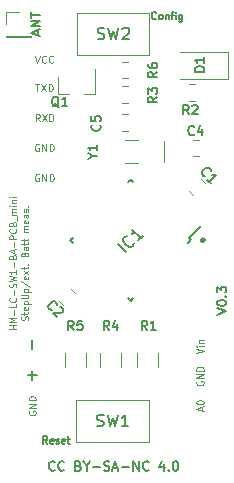
<source format=gto>
G04 #@! TF.GenerationSoftware,KiCad,Pcbnew,(5.1.4)-1*
G04 #@! TF.CreationDate,2019-12-05T08:50:13+01:00*
G04 #@! TF.ProjectId,HM-LC-SW1-BA-PCB_mini_MAX1724,484d2d4c-432d-4535-9731-2d42412d5043,rev?*
G04 #@! TF.SameCoordinates,Original*
G04 #@! TF.FileFunction,Legend,Top*
G04 #@! TF.FilePolarity,Positive*
%FSLAX46Y46*%
G04 Gerber Fmt 4.6, Leading zero omitted, Abs format (unit mm)*
G04 Created by KiCad (PCBNEW (5.1.4)-1) date 2019-12-05 08:50:13*
%MOMM*%
%LPD*%
G04 APERTURE LIST*
%ADD10C,0.150000*%
%ADD11C,0.100000*%
%ADD12C,0.350000*%
%ADD13C,0.200000*%
%ADD14C,0.120000*%
G04 APERTURE END LIST*
D10*
X188601904Y-110999047D02*
X189401904Y-110732380D01*
X188601904Y-110465714D01*
X188601904Y-110046666D02*
X188601904Y-109970476D01*
X188640000Y-109894285D01*
X188678095Y-109856190D01*
X188754285Y-109818095D01*
X188906666Y-109780000D01*
X189097142Y-109780000D01*
X189249523Y-109818095D01*
X189325714Y-109856190D01*
X189363809Y-109894285D01*
X189401904Y-109970476D01*
X189401904Y-110046666D01*
X189363809Y-110122857D01*
X189325714Y-110160952D01*
X189249523Y-110199047D01*
X189097142Y-110237142D01*
X188906666Y-110237142D01*
X188754285Y-110199047D01*
X188678095Y-110160952D01*
X188640000Y-110122857D01*
X188601904Y-110046666D01*
X189325714Y-109437142D02*
X189363809Y-109399047D01*
X189401904Y-109437142D01*
X189363809Y-109475238D01*
X189325714Y-109437142D01*
X189401904Y-109437142D01*
X188601904Y-109132380D02*
X188601904Y-108637142D01*
X188906666Y-108903809D01*
X188906666Y-108789523D01*
X188944761Y-108713333D01*
X188982857Y-108675238D01*
X189059047Y-108637142D01*
X189249523Y-108637142D01*
X189325714Y-108675238D01*
X189363809Y-108713333D01*
X189401904Y-108789523D01*
X189401904Y-109018095D01*
X189363809Y-109094285D01*
X189325714Y-109132380D01*
X174859523Y-124135714D02*
X174821428Y-124173809D01*
X174707142Y-124211904D01*
X174630952Y-124211904D01*
X174516666Y-124173809D01*
X174440476Y-124097619D01*
X174402380Y-124021428D01*
X174364285Y-123869047D01*
X174364285Y-123754761D01*
X174402380Y-123602380D01*
X174440476Y-123526190D01*
X174516666Y-123450000D01*
X174630952Y-123411904D01*
X174707142Y-123411904D01*
X174821428Y-123450000D01*
X174859523Y-123488095D01*
X175659523Y-124135714D02*
X175621428Y-124173809D01*
X175507142Y-124211904D01*
X175430952Y-124211904D01*
X175316666Y-124173809D01*
X175240476Y-124097619D01*
X175202380Y-124021428D01*
X175164285Y-123869047D01*
X175164285Y-123754761D01*
X175202380Y-123602380D01*
X175240476Y-123526190D01*
X175316666Y-123450000D01*
X175430952Y-123411904D01*
X175507142Y-123411904D01*
X175621428Y-123450000D01*
X175659523Y-123488095D01*
X176878571Y-123792857D02*
X176992857Y-123830952D01*
X177030952Y-123869047D01*
X177069047Y-123945238D01*
X177069047Y-124059523D01*
X177030952Y-124135714D01*
X176992857Y-124173809D01*
X176916666Y-124211904D01*
X176611904Y-124211904D01*
X176611904Y-123411904D01*
X176878571Y-123411904D01*
X176954761Y-123450000D01*
X176992857Y-123488095D01*
X177030952Y-123564285D01*
X177030952Y-123640476D01*
X176992857Y-123716666D01*
X176954761Y-123754761D01*
X176878571Y-123792857D01*
X176611904Y-123792857D01*
X177564285Y-123830952D02*
X177564285Y-124211904D01*
X177297619Y-123411904D02*
X177564285Y-123830952D01*
X177830952Y-123411904D01*
X178097619Y-123907142D02*
X178707142Y-123907142D01*
X179050000Y-124173809D02*
X179164285Y-124211904D01*
X179354761Y-124211904D01*
X179430952Y-124173809D01*
X179469047Y-124135714D01*
X179507142Y-124059523D01*
X179507142Y-123983333D01*
X179469047Y-123907142D01*
X179430952Y-123869047D01*
X179354761Y-123830952D01*
X179202380Y-123792857D01*
X179126190Y-123754761D01*
X179088095Y-123716666D01*
X179050000Y-123640476D01*
X179050000Y-123564285D01*
X179088095Y-123488095D01*
X179126190Y-123450000D01*
X179202380Y-123411904D01*
X179392857Y-123411904D01*
X179507142Y-123450000D01*
X179811904Y-123983333D02*
X180192857Y-123983333D01*
X179735714Y-124211904D02*
X180002380Y-123411904D01*
X180269047Y-124211904D01*
X180535714Y-123907142D02*
X181145238Y-123907142D01*
X181526190Y-124211904D02*
X181526190Y-123411904D01*
X181983333Y-124211904D01*
X181983333Y-123411904D01*
X182821428Y-124135714D02*
X182783333Y-124173809D01*
X182669047Y-124211904D01*
X182592857Y-124211904D01*
X182478571Y-124173809D01*
X182402380Y-124097619D01*
X182364285Y-124021428D01*
X182326190Y-123869047D01*
X182326190Y-123754761D01*
X182364285Y-123602380D01*
X182402380Y-123526190D01*
X182478571Y-123450000D01*
X182592857Y-123411904D01*
X182669047Y-123411904D01*
X182783333Y-123450000D01*
X182821428Y-123488095D01*
X184116666Y-123678571D02*
X184116666Y-124211904D01*
X183926190Y-123373809D02*
X183735714Y-123945238D01*
X184230952Y-123945238D01*
X184535714Y-124135714D02*
X184573809Y-124173809D01*
X184535714Y-124211904D01*
X184497619Y-124173809D01*
X184535714Y-124135714D01*
X184535714Y-124211904D01*
X185069047Y-123411904D02*
X185145238Y-123411904D01*
X185221428Y-123450000D01*
X185259523Y-123488095D01*
X185297619Y-123564285D01*
X185335714Y-123716666D01*
X185335714Y-123907142D01*
X185297619Y-124059523D01*
X185259523Y-124135714D01*
X185221428Y-124173809D01*
X185145238Y-124211904D01*
X185069047Y-124211904D01*
X184992857Y-124173809D01*
X184954761Y-124135714D01*
X184916666Y-124059523D01*
X184878571Y-123907142D01*
X184878571Y-123716666D01*
X184916666Y-123564285D01*
X184954761Y-123488095D01*
X184992857Y-123450000D01*
X185069047Y-123411904D01*
D11*
X172700000Y-119182142D02*
X172671428Y-119239285D01*
X172671428Y-119325000D01*
X172700000Y-119410714D01*
X172757142Y-119467857D01*
X172814285Y-119496428D01*
X172928571Y-119525000D01*
X173014285Y-119525000D01*
X173128571Y-119496428D01*
X173185714Y-119467857D01*
X173242857Y-119410714D01*
X173271428Y-119325000D01*
X173271428Y-119267857D01*
X173242857Y-119182142D01*
X173214285Y-119153571D01*
X173014285Y-119153571D01*
X173014285Y-119267857D01*
X173271428Y-118896428D02*
X172671428Y-118896428D01*
X173271428Y-118553571D01*
X172671428Y-118553571D01*
X173271428Y-118267857D02*
X172671428Y-118267857D01*
X172671428Y-118125000D01*
X172700000Y-118039285D01*
X172757142Y-117982142D01*
X172814285Y-117953571D01*
X172928571Y-117925000D01*
X173014285Y-117925000D01*
X173128571Y-117953571D01*
X173185714Y-117982142D01*
X173242857Y-118039285D01*
X173271428Y-118125000D01*
X173271428Y-118267857D01*
D12*
X187500000Y-104700000D02*
G75*
G03X187500000Y-104700000I-100000J0D01*
G01*
D13*
X172971428Y-113930952D02*
X172971428Y-113169047D01*
X172971428Y-116530952D02*
X172971428Y-115769047D01*
X173352380Y-116150000D02*
X172590476Y-116150000D01*
D11*
X171631428Y-112231666D02*
X171031428Y-112231666D01*
X171317142Y-112231666D02*
X171317142Y-111917380D01*
X171631428Y-111917380D02*
X171031428Y-111917380D01*
X171631428Y-111655476D02*
X171031428Y-111655476D01*
X171460000Y-111472142D01*
X171031428Y-111288809D01*
X171631428Y-111288809D01*
X171402857Y-111026904D02*
X171402857Y-110607857D01*
X171631428Y-110084047D02*
X171631428Y-110345952D01*
X171031428Y-110345952D01*
X171574285Y-109586428D02*
X171602857Y-109612619D01*
X171631428Y-109691190D01*
X171631428Y-109743571D01*
X171602857Y-109822142D01*
X171545714Y-109874523D01*
X171488571Y-109900714D01*
X171374285Y-109926904D01*
X171288571Y-109926904D01*
X171174285Y-109900714D01*
X171117142Y-109874523D01*
X171060000Y-109822142D01*
X171031428Y-109743571D01*
X171031428Y-109691190D01*
X171060000Y-109612619D01*
X171088571Y-109586428D01*
X171402857Y-109350714D02*
X171402857Y-108931666D01*
X171602857Y-108695952D02*
X171631428Y-108617380D01*
X171631428Y-108486428D01*
X171602857Y-108434047D01*
X171574285Y-108407857D01*
X171517142Y-108381666D01*
X171460000Y-108381666D01*
X171402857Y-108407857D01*
X171374285Y-108434047D01*
X171345714Y-108486428D01*
X171317142Y-108591190D01*
X171288571Y-108643571D01*
X171260000Y-108669761D01*
X171202857Y-108695952D01*
X171145714Y-108695952D01*
X171088571Y-108669761D01*
X171060000Y-108643571D01*
X171031428Y-108591190D01*
X171031428Y-108460238D01*
X171060000Y-108381666D01*
X171031428Y-108198333D02*
X171631428Y-108067380D01*
X171202857Y-107962619D01*
X171631428Y-107857857D01*
X171031428Y-107726904D01*
X171631428Y-107229285D02*
X171631428Y-107543571D01*
X171631428Y-107386428D02*
X171031428Y-107386428D01*
X171117142Y-107438809D01*
X171174285Y-107491190D01*
X171202857Y-107543571D01*
X171402857Y-106993571D02*
X171402857Y-106574523D01*
X171317142Y-106129285D02*
X171345714Y-106050714D01*
X171374285Y-106024523D01*
X171431428Y-105998333D01*
X171517142Y-105998333D01*
X171574285Y-106024523D01*
X171602857Y-106050714D01*
X171631428Y-106103095D01*
X171631428Y-106312619D01*
X171031428Y-106312619D01*
X171031428Y-106129285D01*
X171060000Y-106076904D01*
X171088571Y-106050714D01*
X171145714Y-106024523D01*
X171202857Y-106024523D01*
X171260000Y-106050714D01*
X171288571Y-106076904D01*
X171317142Y-106129285D01*
X171317142Y-106312619D01*
X171460000Y-105788809D02*
X171460000Y-105526904D01*
X171631428Y-105841190D02*
X171031428Y-105657857D01*
X171631428Y-105474523D01*
X171402857Y-105291190D02*
X171402857Y-104872142D01*
X171631428Y-104610238D02*
X171031428Y-104610238D01*
X171031428Y-104400714D01*
X171060000Y-104348333D01*
X171088571Y-104322142D01*
X171145714Y-104295952D01*
X171231428Y-104295952D01*
X171288571Y-104322142D01*
X171317142Y-104348333D01*
X171345714Y-104400714D01*
X171345714Y-104610238D01*
X171574285Y-103745952D02*
X171602857Y-103772142D01*
X171631428Y-103850714D01*
X171631428Y-103903095D01*
X171602857Y-103981666D01*
X171545714Y-104034047D01*
X171488571Y-104060238D01*
X171374285Y-104086428D01*
X171288571Y-104086428D01*
X171174285Y-104060238D01*
X171117142Y-104034047D01*
X171060000Y-103981666D01*
X171031428Y-103903095D01*
X171031428Y-103850714D01*
X171060000Y-103772142D01*
X171088571Y-103745952D01*
X171317142Y-103326904D02*
X171345714Y-103248333D01*
X171374285Y-103222142D01*
X171431428Y-103195952D01*
X171517142Y-103195952D01*
X171574285Y-103222142D01*
X171602857Y-103248333D01*
X171631428Y-103300714D01*
X171631428Y-103510238D01*
X171031428Y-103510238D01*
X171031428Y-103326904D01*
X171060000Y-103274523D01*
X171088571Y-103248333D01*
X171145714Y-103222142D01*
X171202857Y-103222142D01*
X171260000Y-103248333D01*
X171288571Y-103274523D01*
X171317142Y-103326904D01*
X171317142Y-103510238D01*
X171688571Y-103091190D02*
X171688571Y-102672142D01*
X171631428Y-102541190D02*
X171231428Y-102541190D01*
X171288571Y-102541190D02*
X171260000Y-102515000D01*
X171231428Y-102462619D01*
X171231428Y-102384047D01*
X171260000Y-102331666D01*
X171317142Y-102305476D01*
X171631428Y-102305476D01*
X171317142Y-102305476D02*
X171260000Y-102279285D01*
X171231428Y-102226904D01*
X171231428Y-102148333D01*
X171260000Y-102095952D01*
X171317142Y-102069761D01*
X171631428Y-102069761D01*
X171631428Y-101807857D02*
X171231428Y-101807857D01*
X171031428Y-101807857D02*
X171060000Y-101834047D01*
X171088571Y-101807857D01*
X171060000Y-101781666D01*
X171031428Y-101807857D01*
X171088571Y-101807857D01*
X171231428Y-101545952D02*
X171631428Y-101545952D01*
X171288571Y-101545952D02*
X171260000Y-101519761D01*
X171231428Y-101467380D01*
X171231428Y-101388809D01*
X171260000Y-101336428D01*
X171317142Y-101310238D01*
X171631428Y-101310238D01*
X171631428Y-101048333D02*
X171231428Y-101048333D01*
X171031428Y-101048333D02*
X171060000Y-101074523D01*
X171088571Y-101048333D01*
X171060000Y-101022142D01*
X171031428Y-101048333D01*
X171088571Y-101048333D01*
X172602857Y-111472142D02*
X172631428Y-111393571D01*
X172631428Y-111262619D01*
X172602857Y-111210238D01*
X172574285Y-111184047D01*
X172517142Y-111157857D01*
X172460000Y-111157857D01*
X172402857Y-111184047D01*
X172374285Y-111210238D01*
X172345714Y-111262619D01*
X172317142Y-111367380D01*
X172288571Y-111419761D01*
X172260000Y-111445952D01*
X172202857Y-111472142D01*
X172145714Y-111472142D01*
X172088571Y-111445952D01*
X172060000Y-111419761D01*
X172031428Y-111367380D01*
X172031428Y-111236428D01*
X172060000Y-111157857D01*
X172231428Y-111000714D02*
X172231428Y-110791190D01*
X172031428Y-110922142D02*
X172545714Y-110922142D01*
X172602857Y-110895952D01*
X172631428Y-110843571D01*
X172631428Y-110791190D01*
X172602857Y-110398333D02*
X172631428Y-110450714D01*
X172631428Y-110555476D01*
X172602857Y-110607857D01*
X172545714Y-110634047D01*
X172317142Y-110634047D01*
X172260000Y-110607857D01*
X172231428Y-110555476D01*
X172231428Y-110450714D01*
X172260000Y-110398333D01*
X172317142Y-110372142D01*
X172374285Y-110372142D01*
X172431428Y-110634047D01*
X172231428Y-110136428D02*
X172831428Y-110136428D01*
X172260000Y-110136428D02*
X172231428Y-110084047D01*
X172231428Y-109979285D01*
X172260000Y-109926904D01*
X172288571Y-109900714D01*
X172345714Y-109874523D01*
X172517142Y-109874523D01*
X172574285Y-109900714D01*
X172602857Y-109926904D01*
X172631428Y-109979285D01*
X172631428Y-110084047D01*
X172602857Y-110136428D01*
X172031428Y-109638809D02*
X172517142Y-109638809D01*
X172574285Y-109612619D01*
X172602857Y-109586428D01*
X172631428Y-109534047D01*
X172631428Y-109429285D01*
X172602857Y-109376904D01*
X172574285Y-109350714D01*
X172517142Y-109324523D01*
X172031428Y-109324523D01*
X172231428Y-109062619D02*
X172831428Y-109062619D01*
X172260000Y-109062619D02*
X172231428Y-109010238D01*
X172231428Y-108905476D01*
X172260000Y-108853095D01*
X172288571Y-108826904D01*
X172345714Y-108800714D01*
X172517142Y-108800714D01*
X172574285Y-108826904D01*
X172602857Y-108853095D01*
X172631428Y-108905476D01*
X172631428Y-109010238D01*
X172602857Y-109062619D01*
X172002857Y-108172142D02*
X172774285Y-108643571D01*
X172602857Y-107779285D02*
X172631428Y-107831666D01*
X172631428Y-107936428D01*
X172602857Y-107988809D01*
X172545714Y-108015000D01*
X172317142Y-108015000D01*
X172260000Y-107988809D01*
X172231428Y-107936428D01*
X172231428Y-107831666D01*
X172260000Y-107779285D01*
X172317142Y-107753095D01*
X172374285Y-107753095D01*
X172431428Y-108015000D01*
X172631428Y-107569761D02*
X172231428Y-107281666D01*
X172231428Y-107569761D02*
X172631428Y-107281666D01*
X172231428Y-107150714D02*
X172231428Y-106941190D01*
X172031428Y-107072142D02*
X172545714Y-107072142D01*
X172602857Y-107045952D01*
X172631428Y-106993571D01*
X172631428Y-106941190D01*
X172574285Y-106757857D02*
X172602857Y-106731666D01*
X172631428Y-106757857D01*
X172602857Y-106784047D01*
X172574285Y-106757857D01*
X172631428Y-106757857D01*
X172317142Y-105893571D02*
X172345714Y-105815000D01*
X172374285Y-105788809D01*
X172431428Y-105762619D01*
X172517142Y-105762619D01*
X172574285Y-105788809D01*
X172602857Y-105815000D01*
X172631428Y-105867380D01*
X172631428Y-106076904D01*
X172031428Y-106076904D01*
X172031428Y-105893571D01*
X172060000Y-105841190D01*
X172088571Y-105815000D01*
X172145714Y-105788809D01*
X172202857Y-105788809D01*
X172260000Y-105815000D01*
X172288571Y-105841190D01*
X172317142Y-105893571D01*
X172317142Y-106076904D01*
X172631428Y-105291190D02*
X172317142Y-105291190D01*
X172260000Y-105317380D01*
X172231428Y-105369761D01*
X172231428Y-105474523D01*
X172260000Y-105526904D01*
X172602857Y-105291190D02*
X172631428Y-105343571D01*
X172631428Y-105474523D01*
X172602857Y-105526904D01*
X172545714Y-105553095D01*
X172488571Y-105553095D01*
X172431428Y-105526904D01*
X172402857Y-105474523D01*
X172402857Y-105343571D01*
X172374285Y-105291190D01*
X172231428Y-105107857D02*
X172231428Y-104898333D01*
X172031428Y-105029285D02*
X172545714Y-105029285D01*
X172602857Y-105003095D01*
X172631428Y-104950714D01*
X172631428Y-104898333D01*
X172231428Y-104793571D02*
X172231428Y-104584047D01*
X172031428Y-104715000D02*
X172545714Y-104715000D01*
X172602857Y-104688809D01*
X172631428Y-104636428D01*
X172631428Y-104584047D01*
X172631428Y-103981666D02*
X172231428Y-103981666D01*
X172288571Y-103981666D02*
X172260000Y-103955476D01*
X172231428Y-103903095D01*
X172231428Y-103824523D01*
X172260000Y-103772142D01*
X172317142Y-103745952D01*
X172631428Y-103745952D01*
X172317142Y-103745952D02*
X172260000Y-103719761D01*
X172231428Y-103667380D01*
X172231428Y-103588809D01*
X172260000Y-103536428D01*
X172317142Y-103510238D01*
X172631428Y-103510238D01*
X172602857Y-103038809D02*
X172631428Y-103091190D01*
X172631428Y-103195952D01*
X172602857Y-103248333D01*
X172545714Y-103274523D01*
X172317142Y-103274523D01*
X172260000Y-103248333D01*
X172231428Y-103195952D01*
X172231428Y-103091190D01*
X172260000Y-103038809D01*
X172317142Y-103012619D01*
X172374285Y-103012619D01*
X172431428Y-103274523D01*
X172631428Y-102541190D02*
X172317142Y-102541190D01*
X172260000Y-102567380D01*
X172231428Y-102619761D01*
X172231428Y-102724523D01*
X172260000Y-102776904D01*
X172602857Y-102541190D02*
X172631428Y-102593571D01*
X172631428Y-102724523D01*
X172602857Y-102776904D01*
X172545714Y-102803095D01*
X172488571Y-102803095D01*
X172431428Y-102776904D01*
X172402857Y-102724523D01*
X172402857Y-102593571D01*
X172374285Y-102541190D01*
X172602857Y-102305476D02*
X172631428Y-102253095D01*
X172631428Y-102148333D01*
X172602857Y-102095952D01*
X172545714Y-102069761D01*
X172517142Y-102069761D01*
X172460000Y-102095952D01*
X172431428Y-102148333D01*
X172431428Y-102226904D01*
X172402857Y-102279285D01*
X172345714Y-102305476D01*
X172317142Y-102305476D01*
X172260000Y-102279285D01*
X172231428Y-102226904D01*
X172231428Y-102148333D01*
X172260000Y-102095952D01*
X172574285Y-101834047D02*
X172602857Y-101807857D01*
X172631428Y-101834047D01*
X172602857Y-101860238D01*
X172574285Y-101834047D01*
X172631428Y-101834047D01*
X186871428Y-114279285D02*
X187471428Y-114079285D01*
X186871428Y-113879285D01*
X187471428Y-113679285D02*
X187071428Y-113679285D01*
X186871428Y-113679285D02*
X186900000Y-113707857D01*
X186928571Y-113679285D01*
X186900000Y-113650714D01*
X186871428Y-113679285D01*
X186928571Y-113679285D01*
X187071428Y-113393571D02*
X187471428Y-113393571D01*
X187128571Y-113393571D02*
X187100000Y-113365000D01*
X187071428Y-113307857D01*
X187071428Y-113222142D01*
X187100000Y-113165000D01*
X187157142Y-113136428D01*
X187471428Y-113136428D01*
X187300000Y-119110071D02*
X187300000Y-118824357D01*
X187471428Y-119167214D02*
X186871428Y-118967214D01*
X187471428Y-118767214D01*
X186871428Y-118452928D02*
X186871428Y-118395785D01*
X186900000Y-118338642D01*
X186928571Y-118310071D01*
X186985714Y-118281500D01*
X187100000Y-118252928D01*
X187242857Y-118252928D01*
X187357142Y-118281500D01*
X187414285Y-118310071D01*
X187442857Y-118338642D01*
X187471428Y-118395785D01*
X187471428Y-118452928D01*
X187442857Y-118510071D01*
X187414285Y-118538642D01*
X187357142Y-118567214D01*
X187242857Y-118595785D01*
X187100000Y-118595785D01*
X186985714Y-118567214D01*
X186928571Y-118538642D01*
X186900000Y-118510071D01*
X186871428Y-118452928D01*
X186900000Y-116657142D02*
X186871428Y-116714285D01*
X186871428Y-116800000D01*
X186900000Y-116885714D01*
X186957142Y-116942857D01*
X187014285Y-116971428D01*
X187128571Y-117000000D01*
X187214285Y-117000000D01*
X187328571Y-116971428D01*
X187385714Y-116942857D01*
X187442857Y-116885714D01*
X187471428Y-116800000D01*
X187471428Y-116742857D01*
X187442857Y-116657142D01*
X187414285Y-116628571D01*
X187214285Y-116628571D01*
X187214285Y-116742857D01*
X187471428Y-116371428D02*
X186871428Y-116371428D01*
X187471428Y-116028571D01*
X186871428Y-116028571D01*
X187471428Y-115742857D02*
X186871428Y-115742857D01*
X186871428Y-115600000D01*
X186900000Y-115514285D01*
X186957142Y-115457142D01*
X187014285Y-115428571D01*
X187128571Y-115400000D01*
X187214285Y-115400000D01*
X187328571Y-115428571D01*
X187385714Y-115457142D01*
X187442857Y-115514285D01*
X187471428Y-115600000D01*
X187471428Y-115742857D01*
X173532857Y-99141000D02*
X173475714Y-99112428D01*
X173390000Y-99112428D01*
X173304285Y-99141000D01*
X173247142Y-99198142D01*
X173218571Y-99255285D01*
X173190000Y-99369571D01*
X173190000Y-99455285D01*
X173218571Y-99569571D01*
X173247142Y-99626714D01*
X173304285Y-99683857D01*
X173390000Y-99712428D01*
X173447142Y-99712428D01*
X173532857Y-99683857D01*
X173561428Y-99655285D01*
X173561428Y-99455285D01*
X173447142Y-99455285D01*
X173818571Y-99712428D02*
X173818571Y-99112428D01*
X174161428Y-99712428D01*
X174161428Y-99112428D01*
X174447142Y-99712428D02*
X174447142Y-99112428D01*
X174590000Y-99112428D01*
X174675714Y-99141000D01*
X174732857Y-99198142D01*
X174761428Y-99255285D01*
X174790000Y-99369571D01*
X174790000Y-99455285D01*
X174761428Y-99569571D01*
X174732857Y-99626714D01*
X174675714Y-99683857D01*
X174590000Y-99712428D01*
X174447142Y-99712428D01*
X173532857Y-96601000D02*
X173475714Y-96572428D01*
X173390000Y-96572428D01*
X173304285Y-96601000D01*
X173247142Y-96658142D01*
X173218571Y-96715285D01*
X173190000Y-96829571D01*
X173190000Y-96915285D01*
X173218571Y-97029571D01*
X173247142Y-97086714D01*
X173304285Y-97143857D01*
X173390000Y-97172428D01*
X173447142Y-97172428D01*
X173532857Y-97143857D01*
X173561428Y-97115285D01*
X173561428Y-96915285D01*
X173447142Y-96915285D01*
X173818571Y-97172428D02*
X173818571Y-96572428D01*
X174161428Y-97172428D01*
X174161428Y-96572428D01*
X174447142Y-97172428D02*
X174447142Y-96572428D01*
X174590000Y-96572428D01*
X174675714Y-96601000D01*
X174732857Y-96658142D01*
X174761428Y-96715285D01*
X174790000Y-96829571D01*
X174790000Y-96915285D01*
X174761428Y-97029571D01*
X174732857Y-97086714D01*
X174675714Y-97143857D01*
X174590000Y-97172428D01*
X174447142Y-97172428D01*
X173590000Y-94632428D02*
X173390000Y-94346714D01*
X173247142Y-94632428D02*
X173247142Y-94032428D01*
X173475714Y-94032428D01*
X173532857Y-94061000D01*
X173561428Y-94089571D01*
X173590000Y-94146714D01*
X173590000Y-94232428D01*
X173561428Y-94289571D01*
X173532857Y-94318142D01*
X173475714Y-94346714D01*
X173247142Y-94346714D01*
X173790000Y-94032428D02*
X174190000Y-94632428D01*
X174190000Y-94032428D02*
X173790000Y-94632428D01*
X174418571Y-94632428D02*
X174418571Y-94032428D01*
X174561428Y-94032428D01*
X174647142Y-94061000D01*
X174704285Y-94118142D01*
X174732857Y-94175285D01*
X174761428Y-94289571D01*
X174761428Y-94375285D01*
X174732857Y-94489571D01*
X174704285Y-94546714D01*
X174647142Y-94603857D01*
X174561428Y-94632428D01*
X174418571Y-94632428D01*
X173232857Y-91492428D02*
X173575714Y-91492428D01*
X173404285Y-92092428D02*
X173404285Y-91492428D01*
X173718571Y-91492428D02*
X174118571Y-92092428D01*
X174118571Y-91492428D02*
X173718571Y-92092428D01*
X174347142Y-92092428D02*
X174347142Y-91492428D01*
X174490000Y-91492428D01*
X174575714Y-91521000D01*
X174632857Y-91578142D01*
X174661428Y-91635285D01*
X174690000Y-91749571D01*
X174690000Y-91835285D01*
X174661428Y-91949571D01*
X174632857Y-92006714D01*
X174575714Y-92063857D01*
X174490000Y-92092428D01*
X174347142Y-92092428D01*
X173190000Y-89079428D02*
X173390000Y-89679428D01*
X173590000Y-89079428D01*
X174132857Y-89622285D02*
X174104285Y-89650857D01*
X174018571Y-89679428D01*
X173961428Y-89679428D01*
X173875714Y-89650857D01*
X173818571Y-89593714D01*
X173790000Y-89536571D01*
X173761428Y-89422285D01*
X173761428Y-89336571D01*
X173790000Y-89222285D01*
X173818571Y-89165142D01*
X173875714Y-89108000D01*
X173961428Y-89079428D01*
X174018571Y-89079428D01*
X174104285Y-89108000D01*
X174132857Y-89136571D01*
X174732857Y-89622285D02*
X174704285Y-89650857D01*
X174618571Y-89679428D01*
X174561428Y-89679428D01*
X174475714Y-89650857D01*
X174418571Y-89593714D01*
X174390000Y-89536571D01*
X174361428Y-89422285D01*
X174361428Y-89336571D01*
X174390000Y-89222285D01*
X174418571Y-89165142D01*
X174475714Y-89108000D01*
X174561428Y-89079428D01*
X174618571Y-89079428D01*
X174704285Y-89108000D01*
X174732857Y-89136571D01*
D14*
X175120000Y-92360000D02*
X175120000Y-90900000D01*
X178280000Y-92360000D02*
X178280000Y-90200000D01*
X178280000Y-92360000D02*
X177350000Y-92360000D01*
X175120000Y-92360000D02*
X176050000Y-92360000D01*
X175213221Y-109817313D02*
X175582687Y-110186779D01*
X176217313Y-108813221D02*
X176586779Y-109182687D01*
X186213221Y-100517313D02*
X186582687Y-100886779D01*
X187217313Y-99513221D02*
X187586779Y-99882687D01*
X180538748Y-95460000D02*
X181061252Y-95460000D01*
X180538748Y-94040000D02*
X181061252Y-94040000D01*
X184100000Y-98100000D02*
X184100000Y-96300000D01*
X181950000Y-96250000D02*
X180850000Y-96250000D01*
X181950000Y-98150000D02*
X180850000Y-98150000D01*
X186538748Y-97610000D02*
X187061252Y-97610000D01*
X186538748Y-96190000D02*
X187061252Y-96190000D01*
X181061252Y-89590000D02*
X180538748Y-89590000D01*
X181061252Y-91010000D02*
X180538748Y-91010000D01*
X180538748Y-93085000D02*
X181061252Y-93085000D01*
X180538748Y-91665000D02*
X181061252Y-91665000D01*
X186238748Y-92910000D02*
X186761252Y-92910000D01*
X186238748Y-91490000D02*
X186761252Y-91490000D01*
X189560000Y-88765000D02*
X185500000Y-88765000D01*
X189560000Y-91035000D02*
X189560000Y-88765000D01*
X185500000Y-91035000D02*
X189560000Y-91035000D01*
D10*
X186419024Y-104711500D02*
X186259925Y-104552401D01*
X181292500Y-109838024D02*
X181062690Y-109608214D01*
X176165976Y-104711500D02*
X176395786Y-104941310D01*
X181292500Y-99584976D02*
X181522310Y-99814786D01*
X186419024Y-104711500D02*
X186189214Y-104941310D01*
X181292500Y-99584976D02*
X181062690Y-99814786D01*
X176165976Y-104711500D02*
X176395786Y-104481690D01*
X181292500Y-109838024D02*
X181522310Y-109608214D01*
X186259925Y-104552401D02*
X187267552Y-103544774D01*
D14*
X182828500Y-118205000D02*
X182828500Y-121825000D01*
X176708500Y-118205000D02*
X182828500Y-118205000D01*
X176708500Y-121825000D02*
X176708500Y-118205000D01*
X182828500Y-121825000D02*
X176708500Y-121825000D01*
X176772000Y-85439000D02*
X182892000Y-85439000D01*
X182892000Y-85439000D02*
X182892000Y-89059000D01*
X182892000Y-89059000D02*
X176772000Y-89059000D01*
X176772000Y-89059000D02*
X176772000Y-85439000D01*
X181870000Y-115475000D02*
X181870000Y-114275000D01*
X183630000Y-114275000D02*
X183630000Y-115475000D01*
X170771000Y-87423500D02*
X170771000Y-87483500D01*
X170771000Y-87483500D02*
X172891000Y-87483500D01*
X172891000Y-87483500D02*
X172891000Y-87423500D01*
X172891000Y-87423500D02*
X170771000Y-87423500D01*
X170771000Y-86423500D02*
X170771000Y-85363500D01*
X170771000Y-85363500D02*
X171831000Y-85363500D01*
X178720000Y-115471500D02*
X178720000Y-114271500D01*
X180480000Y-114271500D02*
X180480000Y-115471500D01*
X177486200Y-114280400D02*
X177486200Y-115480400D01*
X175726200Y-115480400D02*
X175726200Y-114280400D01*
D10*
X175223809Y-93438095D02*
X175147619Y-93400000D01*
X175071428Y-93323809D01*
X174957142Y-93209523D01*
X174880952Y-93171428D01*
X174804761Y-93171428D01*
X174842857Y-93361904D02*
X174766666Y-93323809D01*
X174690476Y-93247619D01*
X174652380Y-93095238D01*
X174652380Y-92828571D01*
X174690476Y-92676190D01*
X174766666Y-92600000D01*
X174842857Y-92561904D01*
X174995238Y-92561904D01*
X175071428Y-92600000D01*
X175147619Y-92676190D01*
X175185714Y-92828571D01*
X175185714Y-93095238D01*
X175147619Y-93247619D01*
X175071428Y-93323809D01*
X174995238Y-93361904D01*
X174842857Y-93361904D01*
X175947619Y-93361904D02*
X175490476Y-93361904D01*
X175719047Y-93361904D02*
X175719047Y-92561904D01*
X175642857Y-92676190D01*
X175566666Y-92752380D01*
X175490476Y-92790476D01*
X174603688Y-110607749D02*
X174549813Y-110607749D01*
X174442064Y-110553874D01*
X174388189Y-110499999D01*
X174334314Y-110392250D01*
X174334314Y-110284500D01*
X174361251Y-110203688D01*
X174442064Y-110069001D01*
X174522876Y-109988189D01*
X174657563Y-109907377D01*
X174738375Y-109880439D01*
X174846125Y-109880439D01*
X174953874Y-109934314D01*
X175007749Y-109988189D01*
X175061624Y-110095938D01*
X175061624Y-110149813D01*
X175277123Y-110365312D02*
X175330998Y-110365312D01*
X175411810Y-110392250D01*
X175546497Y-110526937D01*
X175573435Y-110607749D01*
X175573435Y-110661624D01*
X175546497Y-110742436D01*
X175492622Y-110796311D01*
X175384873Y-110850186D01*
X174738375Y-110850186D01*
X175088561Y-111200372D01*
X187603688Y-99307749D02*
X187549813Y-99307749D01*
X187442064Y-99253874D01*
X187388189Y-99199999D01*
X187334314Y-99092250D01*
X187334314Y-98984500D01*
X187361251Y-98903688D01*
X187442064Y-98769001D01*
X187522876Y-98688189D01*
X187657563Y-98607377D01*
X187738375Y-98580439D01*
X187846125Y-98580439D01*
X187953874Y-98634314D01*
X188007749Y-98688189D01*
X188061624Y-98795938D01*
X188061624Y-98849813D01*
X188088561Y-99900372D02*
X187765312Y-99577123D01*
X187926937Y-99738748D02*
X188492622Y-99173062D01*
X188357935Y-99200000D01*
X188250186Y-99200000D01*
X188169374Y-99173062D01*
X178685714Y-94933333D02*
X178723809Y-94971428D01*
X178761904Y-95085714D01*
X178761904Y-95161904D01*
X178723809Y-95276190D01*
X178647619Y-95352380D01*
X178571428Y-95390476D01*
X178419047Y-95428571D01*
X178304761Y-95428571D01*
X178152380Y-95390476D01*
X178076190Y-95352380D01*
X178000000Y-95276190D01*
X177961904Y-95161904D01*
X177961904Y-95085714D01*
X178000000Y-94971428D01*
X178038095Y-94933333D01*
X177961904Y-94209523D02*
X177961904Y-94590476D01*
X178342857Y-94628571D01*
X178304761Y-94590476D01*
X178266666Y-94514285D01*
X178266666Y-94323809D01*
X178304761Y-94247619D01*
X178342857Y-94209523D01*
X178419047Y-94171428D01*
X178609523Y-94171428D01*
X178685714Y-94209523D01*
X178723809Y-94247619D01*
X178761904Y-94323809D01*
X178761904Y-94514285D01*
X178723809Y-94590476D01*
X178685714Y-94628571D01*
X178080952Y-97580952D02*
X178461904Y-97580952D01*
X177661904Y-97847619D02*
X178080952Y-97580952D01*
X177661904Y-97314285D01*
X178461904Y-96628571D02*
X178461904Y-97085714D01*
X178461904Y-96857142D02*
X177661904Y-96857142D01*
X177776190Y-96933333D01*
X177852380Y-97009523D01*
X177890476Y-97085714D01*
X186666666Y-95735714D02*
X186628571Y-95773809D01*
X186514285Y-95811904D01*
X186438095Y-95811904D01*
X186323809Y-95773809D01*
X186247619Y-95697619D01*
X186209523Y-95621428D01*
X186171428Y-95469047D01*
X186171428Y-95354761D01*
X186209523Y-95202380D01*
X186247619Y-95126190D01*
X186323809Y-95050000D01*
X186438095Y-95011904D01*
X186514285Y-95011904D01*
X186628571Y-95050000D01*
X186666666Y-95088095D01*
X187352380Y-95278571D02*
X187352380Y-95811904D01*
X187161904Y-94973809D02*
X186971428Y-95545238D01*
X187466666Y-95545238D01*
X183561904Y-90433333D02*
X183180952Y-90700000D01*
X183561904Y-90890476D02*
X182761904Y-90890476D01*
X182761904Y-90585714D01*
X182800000Y-90509523D01*
X182838095Y-90471428D01*
X182914285Y-90433333D01*
X183028571Y-90433333D01*
X183104761Y-90471428D01*
X183142857Y-90509523D01*
X183180952Y-90585714D01*
X183180952Y-90890476D01*
X182761904Y-89747619D02*
X182761904Y-89900000D01*
X182800000Y-89976190D01*
X182838095Y-90014285D01*
X182952380Y-90090476D01*
X183104761Y-90128571D01*
X183409523Y-90128571D01*
X183485714Y-90090476D01*
X183523809Y-90052380D01*
X183561904Y-89976190D01*
X183561904Y-89823809D01*
X183523809Y-89747619D01*
X183485714Y-89709523D01*
X183409523Y-89671428D01*
X183219047Y-89671428D01*
X183142857Y-89709523D01*
X183104761Y-89747619D01*
X183066666Y-89823809D01*
X183066666Y-89976190D01*
X183104761Y-90052380D01*
X183142857Y-90090476D01*
X183219047Y-90128571D01*
X183561904Y-92558333D02*
X183180952Y-92825000D01*
X183561904Y-93015476D02*
X182761904Y-93015476D01*
X182761904Y-92710714D01*
X182800000Y-92634523D01*
X182838095Y-92596428D01*
X182914285Y-92558333D01*
X183028571Y-92558333D01*
X183104761Y-92596428D01*
X183142857Y-92634523D01*
X183180952Y-92710714D01*
X183180952Y-93015476D01*
X182761904Y-92291666D02*
X182761904Y-91796428D01*
X183066666Y-92063095D01*
X183066666Y-91948809D01*
X183104761Y-91872619D01*
X183142857Y-91834523D01*
X183219047Y-91796428D01*
X183409523Y-91796428D01*
X183485714Y-91834523D01*
X183523809Y-91872619D01*
X183561904Y-91948809D01*
X183561904Y-92177380D01*
X183523809Y-92253571D01*
X183485714Y-92291666D01*
X186216666Y-94061904D02*
X185950000Y-93680952D01*
X185759523Y-94061904D02*
X185759523Y-93261904D01*
X186064285Y-93261904D01*
X186140476Y-93300000D01*
X186178571Y-93338095D01*
X186216666Y-93414285D01*
X186216666Y-93528571D01*
X186178571Y-93604761D01*
X186140476Y-93642857D01*
X186064285Y-93680952D01*
X185759523Y-93680952D01*
X186521428Y-93338095D02*
X186559523Y-93300000D01*
X186635714Y-93261904D01*
X186826190Y-93261904D01*
X186902380Y-93300000D01*
X186940476Y-93338095D01*
X186978571Y-93414285D01*
X186978571Y-93490476D01*
X186940476Y-93604761D01*
X186483333Y-94061904D01*
X186978571Y-94061904D01*
X187511904Y-90440476D02*
X186711904Y-90440476D01*
X186711904Y-90250000D01*
X186750000Y-90135714D01*
X186826190Y-90059523D01*
X186902380Y-90021428D01*
X187054761Y-89983333D01*
X187169047Y-89983333D01*
X187321428Y-90021428D01*
X187397619Y-90059523D01*
X187473809Y-90135714D01*
X187511904Y-90250000D01*
X187511904Y-90440476D01*
X187511904Y-89221428D02*
X187511904Y-89678571D01*
X187511904Y-89450000D02*
X186711904Y-89450000D01*
X186826190Y-89526190D01*
X186902380Y-89602380D01*
X186940476Y-89678571D01*
X180922110Y-105721652D02*
X180215003Y-105014545D01*
X181595545Y-104913530D02*
X181595545Y-104980874D01*
X181528202Y-105115561D01*
X181460858Y-105182904D01*
X181326171Y-105250248D01*
X181191484Y-105250248D01*
X181090469Y-105216576D01*
X180922110Y-105115561D01*
X180821095Y-105014545D01*
X180720080Y-104846187D01*
X180686408Y-104745171D01*
X180686408Y-104610484D01*
X180753751Y-104475797D01*
X180821095Y-104408454D01*
X180955782Y-104341110D01*
X181023125Y-104341110D01*
X182336324Y-104307438D02*
X181932263Y-104711500D01*
X182134293Y-104509469D02*
X181427187Y-103802362D01*
X181460858Y-103970721D01*
X181460858Y-104105408D01*
X181427187Y-104206423D01*
X178435166Y-120419761D02*
X178578023Y-120467380D01*
X178816119Y-120467380D01*
X178911357Y-120419761D01*
X178958976Y-120372142D01*
X179006595Y-120276904D01*
X179006595Y-120181666D01*
X178958976Y-120086428D01*
X178911357Y-120038809D01*
X178816119Y-119991190D01*
X178625642Y-119943571D01*
X178530404Y-119895952D01*
X178482785Y-119848333D01*
X178435166Y-119753095D01*
X178435166Y-119657857D01*
X178482785Y-119562619D01*
X178530404Y-119515000D01*
X178625642Y-119467380D01*
X178863738Y-119467380D01*
X179006595Y-119515000D01*
X179339928Y-119467380D02*
X179578023Y-120467380D01*
X179768500Y-119753095D01*
X179958976Y-120467380D01*
X180197071Y-119467380D01*
X181101833Y-120467380D02*
X180530404Y-120467380D01*
X180816119Y-120467380D02*
X180816119Y-119467380D01*
X180720880Y-119610238D01*
X180625642Y-119705476D01*
X180530404Y-119753095D01*
X174257142Y-121921428D02*
X174057142Y-121635714D01*
X173914285Y-121921428D02*
X173914285Y-121321428D01*
X174142857Y-121321428D01*
X174200000Y-121350000D01*
X174228571Y-121378571D01*
X174257142Y-121435714D01*
X174257142Y-121521428D01*
X174228571Y-121578571D01*
X174200000Y-121607142D01*
X174142857Y-121635714D01*
X173914285Y-121635714D01*
X174742857Y-121892857D02*
X174685714Y-121921428D01*
X174571428Y-121921428D01*
X174514285Y-121892857D01*
X174485714Y-121835714D01*
X174485714Y-121607142D01*
X174514285Y-121550000D01*
X174571428Y-121521428D01*
X174685714Y-121521428D01*
X174742857Y-121550000D01*
X174771428Y-121607142D01*
X174771428Y-121664285D01*
X174485714Y-121721428D01*
X175000000Y-121892857D02*
X175057142Y-121921428D01*
X175171428Y-121921428D01*
X175228571Y-121892857D01*
X175257142Y-121835714D01*
X175257142Y-121807142D01*
X175228571Y-121750000D01*
X175171428Y-121721428D01*
X175085714Y-121721428D01*
X175028571Y-121692857D01*
X175000000Y-121635714D01*
X175000000Y-121607142D01*
X175028571Y-121550000D01*
X175085714Y-121521428D01*
X175171428Y-121521428D01*
X175228571Y-121550000D01*
X175742857Y-121892857D02*
X175685714Y-121921428D01*
X175571428Y-121921428D01*
X175514285Y-121892857D01*
X175485714Y-121835714D01*
X175485714Y-121607142D01*
X175514285Y-121550000D01*
X175571428Y-121521428D01*
X175685714Y-121521428D01*
X175742857Y-121550000D01*
X175771428Y-121607142D01*
X175771428Y-121664285D01*
X175485714Y-121721428D01*
X175942857Y-121521428D02*
X176171428Y-121521428D01*
X176028571Y-121321428D02*
X176028571Y-121835714D01*
X176057142Y-121892857D01*
X176114285Y-121921428D01*
X176171428Y-121921428D01*
X178498666Y-87653761D02*
X178641523Y-87701380D01*
X178879619Y-87701380D01*
X178974857Y-87653761D01*
X179022476Y-87606142D01*
X179070095Y-87510904D01*
X179070095Y-87415666D01*
X179022476Y-87320428D01*
X178974857Y-87272809D01*
X178879619Y-87225190D01*
X178689142Y-87177571D01*
X178593904Y-87129952D01*
X178546285Y-87082333D01*
X178498666Y-86987095D01*
X178498666Y-86891857D01*
X178546285Y-86796619D01*
X178593904Y-86749000D01*
X178689142Y-86701380D01*
X178927238Y-86701380D01*
X179070095Y-86749000D01*
X179403428Y-86701380D02*
X179641523Y-87701380D01*
X179832000Y-86987095D01*
X180022476Y-87701380D01*
X180260571Y-86701380D01*
X180593904Y-86796619D02*
X180641523Y-86749000D01*
X180736761Y-86701380D01*
X180974857Y-86701380D01*
X181070095Y-86749000D01*
X181117714Y-86796619D01*
X181165333Y-86891857D01*
X181165333Y-86987095D01*
X181117714Y-87129952D01*
X180546285Y-87701380D01*
X181165333Y-87701380D01*
X183457142Y-85939285D02*
X183428571Y-85967857D01*
X183342857Y-85996428D01*
X183285714Y-85996428D01*
X183200000Y-85967857D01*
X183142857Y-85910714D01*
X183114285Y-85853571D01*
X183085714Y-85739285D01*
X183085714Y-85653571D01*
X183114285Y-85539285D01*
X183142857Y-85482142D01*
X183200000Y-85425000D01*
X183285714Y-85396428D01*
X183342857Y-85396428D01*
X183428571Y-85425000D01*
X183457142Y-85453571D01*
X183800000Y-85996428D02*
X183742857Y-85967857D01*
X183714285Y-85939285D01*
X183685714Y-85882142D01*
X183685714Y-85710714D01*
X183714285Y-85653571D01*
X183742857Y-85625000D01*
X183800000Y-85596428D01*
X183885714Y-85596428D01*
X183942857Y-85625000D01*
X183971428Y-85653571D01*
X184000000Y-85710714D01*
X184000000Y-85882142D01*
X183971428Y-85939285D01*
X183942857Y-85967857D01*
X183885714Y-85996428D01*
X183800000Y-85996428D01*
X184257142Y-85596428D02*
X184257142Y-85996428D01*
X184257142Y-85653571D02*
X184285714Y-85625000D01*
X184342857Y-85596428D01*
X184428571Y-85596428D01*
X184485714Y-85625000D01*
X184514285Y-85682142D01*
X184514285Y-85996428D01*
X184714285Y-85596428D02*
X184942857Y-85596428D01*
X184800000Y-85996428D02*
X184800000Y-85482142D01*
X184828571Y-85425000D01*
X184885714Y-85396428D01*
X184942857Y-85396428D01*
X185142857Y-85996428D02*
X185142857Y-85596428D01*
X185142857Y-85396428D02*
X185114285Y-85425000D01*
X185142857Y-85453571D01*
X185171428Y-85425000D01*
X185142857Y-85396428D01*
X185142857Y-85453571D01*
X185685714Y-85596428D02*
X185685714Y-86082142D01*
X185657142Y-86139285D01*
X185628571Y-86167857D01*
X185571428Y-86196428D01*
X185485714Y-86196428D01*
X185428571Y-86167857D01*
X185685714Y-85967857D02*
X185628571Y-85996428D01*
X185514285Y-85996428D01*
X185457142Y-85967857D01*
X185428571Y-85939285D01*
X185400000Y-85882142D01*
X185400000Y-85710714D01*
X185428571Y-85653571D01*
X185457142Y-85625000D01*
X185514285Y-85596428D01*
X185628571Y-85596428D01*
X185685714Y-85625000D01*
X182680166Y-112315904D02*
X182413500Y-111934952D01*
X182223023Y-112315904D02*
X182223023Y-111515904D01*
X182527785Y-111515904D01*
X182603976Y-111554000D01*
X182642071Y-111592095D01*
X182680166Y-111668285D01*
X182680166Y-111782571D01*
X182642071Y-111858761D01*
X182603976Y-111896857D01*
X182527785Y-111934952D01*
X182223023Y-111934952D01*
X183442071Y-112315904D02*
X182984928Y-112315904D01*
X183213500Y-112315904D02*
X183213500Y-111515904D01*
X183137309Y-111630190D01*
X183061119Y-111706380D01*
X182984928Y-111744476D01*
X173433333Y-87314285D02*
X173433333Y-86933333D01*
X173661904Y-87390476D02*
X172861904Y-87123809D01*
X173661904Y-86857142D01*
X173661904Y-86590476D02*
X172861904Y-86590476D01*
X173661904Y-86133333D01*
X172861904Y-86133333D01*
X172861904Y-85866666D02*
X172861904Y-85409523D01*
X173661904Y-85638095D02*
X172861904Y-85638095D01*
X179466666Y-112312404D02*
X179200000Y-111931452D01*
X179009523Y-112312404D02*
X179009523Y-111512404D01*
X179314285Y-111512404D01*
X179390476Y-111550500D01*
X179428571Y-111588595D01*
X179466666Y-111664785D01*
X179466666Y-111779071D01*
X179428571Y-111855261D01*
X179390476Y-111893357D01*
X179314285Y-111931452D01*
X179009523Y-111931452D01*
X180152380Y-111779071D02*
X180152380Y-112312404D01*
X179961904Y-111474309D02*
X179771428Y-112045738D01*
X180266666Y-112045738D01*
X176472866Y-112321304D02*
X176206200Y-111940352D01*
X176015723Y-112321304D02*
X176015723Y-111521304D01*
X176320485Y-111521304D01*
X176396676Y-111559400D01*
X176434771Y-111597495D01*
X176472866Y-111673685D01*
X176472866Y-111787971D01*
X176434771Y-111864161D01*
X176396676Y-111902257D01*
X176320485Y-111940352D01*
X176015723Y-111940352D01*
X177196676Y-111521304D02*
X176815723Y-111521304D01*
X176777628Y-111902257D01*
X176815723Y-111864161D01*
X176891914Y-111826066D01*
X177082390Y-111826066D01*
X177158580Y-111864161D01*
X177196676Y-111902257D01*
X177234771Y-111978447D01*
X177234771Y-112168923D01*
X177196676Y-112245114D01*
X177158580Y-112283209D01*
X177082390Y-112321304D01*
X176891914Y-112321304D01*
X176815723Y-112283209D01*
X176777628Y-112245114D01*
M02*

</source>
